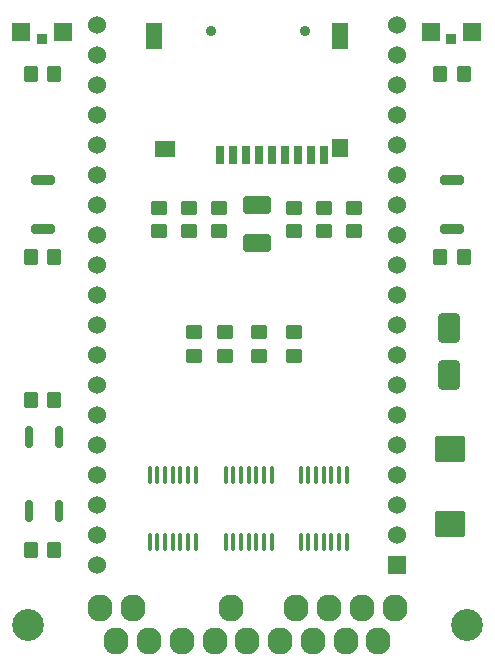
<source format=gbr>
%TF.GenerationSoftware,KiCad,Pcbnew,7.0.9*%
%TF.CreationDate,2024-01-04T00:09:48-06:00*%
%TF.ProjectId,FujiApple-DevKit-SmartPort,46756a69-4170-4706-9c65-2d4465764b69,1.0*%
%TF.SameCoordinates,Original*%
%TF.FileFunction,Soldermask,Top*%
%TF.FilePolarity,Negative*%
%FSLAX46Y46*%
G04 Gerber Fmt 4.6, Leading zero omitted, Abs format (unit mm)*
G04 Created by KiCad (PCBNEW 7.0.9) date 2024-01-04 00:09:48*
%MOMM*%
%LPD*%
G01*
G04 APERTURE LIST*
G04 Aperture macros list*
%AMRoundRect*
0 Rectangle with rounded corners*
0 $1 Rounding radius*
0 $2 $3 $4 $5 $6 $7 $8 $9 X,Y pos of 4 corners*
0 Add a 4 corners polygon primitive as box body*
4,1,4,$2,$3,$4,$5,$6,$7,$8,$9,$2,$3,0*
0 Add four circle primitives for the rounded corners*
1,1,$1+$1,$2,$3*
1,1,$1+$1,$4,$5*
1,1,$1+$1,$6,$7*
1,1,$1+$1,$8,$9*
0 Add four rect primitives between the rounded corners*
20,1,$1+$1,$2,$3,$4,$5,0*
20,1,$1+$1,$4,$5,$6,$7,0*
20,1,$1+$1,$6,$7,$8,$9,0*
20,1,$1+$1,$8,$9,$2,$3,0*%
G04 Aperture macros list end*
%ADD10RoundRect,0.250000X-0.650000X1.000000X-0.650000X-1.000000X0.650000X-1.000000X0.650000X1.000000X0*%
%ADD11RoundRect,0.250000X-0.350000X-0.450000X0.350000X-0.450000X0.350000X0.450000X-0.350000X0.450000X0*%
%ADD12RoundRect,0.250001X-0.924999X0.499999X-0.924999X-0.499999X0.924999X-0.499999X0.924999X0.499999X0*%
%ADD13RoundRect,0.250000X-0.450000X0.350000X-0.450000X-0.350000X0.450000X-0.350000X0.450000X0.350000X0*%
%ADD14RoundRect,0.250000X0.350000X0.450000X-0.350000X0.450000X-0.350000X-0.450000X0.350000X-0.450000X0*%
%ADD15RoundRect,0.100000X-0.100000X0.637500X-0.100000X-0.637500X0.100000X-0.637500X0.100000X0.637500X0*%
%ADD16RoundRect,0.250000X0.450000X-0.350000X0.450000X0.350000X-0.450000X0.350000X-0.450000X-0.350000X0*%
%ADD17R,1.530000X1.530000*%
%ADD18C,1.530000*%
%ADD19RoundRect,0.250000X-1.025000X0.875000X-1.025000X-0.875000X1.025000X-0.875000X1.025000X0.875000X0*%
%ADD20RoundRect,0.200000X0.800000X-0.200000X0.800000X0.200000X-0.800000X0.200000X-0.800000X-0.200000X0*%
%ADD21RoundRect,0.150000X0.150000X-0.750000X0.150000X0.750000X-0.150000X0.750000X-0.150000X-0.750000X0*%
%ADD22R,0.900000X0.900000*%
%ADD23R,1.500000X1.500000*%
%ADD24C,0.900000*%
%ADD25R,0.700000X1.600000*%
%ADD26R,1.400000X1.600000*%
%ADD27R,1.400000X2.200000*%
%ADD28R,1.800000X1.400000*%
%ADD29C,2.700000*%
%ADD30O,2.100000X2.300000*%
G04 APERTURE END LIST*
D10*
%TO.C,D3*%
X171831000Y-103156000D03*
X171831000Y-107156000D03*
%TD*%
D11*
%TO.C,R12*%
X136430000Y-109220000D03*
X138430000Y-109220000D03*
%TD*%
D12*
%TO.C,C1*%
X155575000Y-92710000D03*
X155575000Y-95960000D03*
%TD*%
D13*
%TO.C,R4*%
X152400000Y-92980000D03*
X152400000Y-94980000D03*
%TD*%
D14*
%TO.C,R2*%
X138430000Y-81661000D03*
X136430000Y-81661000D03*
%TD*%
D15*
%TO.C,U3*%
X150405001Y-115572501D03*
X149755001Y-115572501D03*
X149105001Y-115572501D03*
X148455001Y-115572501D03*
X147805001Y-115572501D03*
X147155001Y-115572501D03*
X146505001Y-115572501D03*
X146505001Y-121297501D03*
X147155001Y-121297501D03*
X147805001Y-121297501D03*
X148455001Y-121297501D03*
X149105001Y-121297501D03*
X149755001Y-121297501D03*
X150405001Y-121297501D03*
%TD*%
D14*
%TO.C,R11*%
X138430000Y-121920000D03*
X136430000Y-121920000D03*
%TD*%
D15*
%TO.C,U2*%
X156845001Y-115572501D03*
X156195001Y-115572501D03*
X155545001Y-115572501D03*
X154895001Y-115572501D03*
X154245001Y-115572501D03*
X153595001Y-115572501D03*
X152945001Y-115572501D03*
X152945001Y-121297501D03*
X153595001Y-121297501D03*
X154245001Y-121297501D03*
X154895001Y-121297501D03*
X155545001Y-121297501D03*
X156195001Y-121297501D03*
X156845001Y-121297501D03*
%TD*%
D13*
%TO.C,R7*%
X147320000Y-92980000D03*
X147320000Y-94980000D03*
%TD*%
D14*
%TO.C,R9*%
X173085000Y-97155000D03*
X171085000Y-97155000D03*
%TD*%
D13*
%TO.C,R5*%
X158750000Y-92980000D03*
X158750000Y-94980000D03*
%TD*%
D11*
%TO.C,R10*%
X136430000Y-97155000D03*
X138430000Y-97155000D03*
%TD*%
D16*
%TO.C,R15*%
X155800000Y-105505000D03*
X155800000Y-103505000D03*
%TD*%
D13*
%TO.C,R8*%
X149860000Y-92980000D03*
X149860000Y-94980000D03*
%TD*%
D17*
%TO.C,U4*%
X167462200Y-123180000D03*
D18*
X167462200Y-120640000D03*
X167462200Y-118100000D03*
X167462200Y-115560000D03*
X167462200Y-113020000D03*
X167462200Y-110480000D03*
X167462200Y-107940000D03*
X167462200Y-105400000D03*
X167462200Y-102860000D03*
X167462200Y-100320000D03*
X167462200Y-97780000D03*
X167462200Y-95240000D03*
X167462200Y-92700000D03*
X167462200Y-90160000D03*
X167462200Y-87620000D03*
X167462200Y-85080000D03*
X167462200Y-82540000D03*
X167462200Y-80000000D03*
X167462200Y-77460000D03*
X142062200Y-77460000D03*
X142062200Y-80000000D03*
X142062200Y-82540000D03*
X142062200Y-85080000D03*
X142062200Y-87620000D03*
X142062200Y-90160000D03*
X142062200Y-92700000D03*
X142062200Y-95240000D03*
X142062200Y-97780000D03*
X142062200Y-100320000D03*
X142062200Y-102860000D03*
X142062200Y-105400000D03*
X142062200Y-107940000D03*
X142062200Y-110480000D03*
X142062200Y-113020000D03*
X142062200Y-115560000D03*
X142062200Y-118100000D03*
X142062200Y-120640000D03*
X142062200Y-123180000D03*
%TD*%
D15*
%TO.C,U1*%
X163195001Y-115572501D03*
X162545001Y-115572501D03*
X161895001Y-115572501D03*
X161245001Y-115572501D03*
X160595001Y-115572501D03*
X159945001Y-115572501D03*
X159295001Y-115572501D03*
X159295001Y-121297501D03*
X159945001Y-121297501D03*
X160595001Y-121297501D03*
X161245001Y-121297501D03*
X161895001Y-121297501D03*
X162545001Y-121297501D03*
X163195001Y-121297501D03*
%TD*%
D16*
%TO.C,R16*%
X158750000Y-105505000D03*
X158750000Y-103505000D03*
%TD*%
D19*
%TO.C,C2*%
X171958000Y-113386000D03*
X171958000Y-119786000D03*
%TD*%
D16*
%TO.C,R13*%
X152908000Y-105521000D03*
X152908000Y-103521000D03*
%TD*%
D20*
%TO.C,SW2*%
X137445400Y-94810000D03*
X137445400Y-90610000D03*
%TD*%
D13*
%TO.C,R6*%
X161290000Y-92980000D03*
X161290000Y-94980000D03*
%TD*%
D14*
%TO.C,R1*%
X173085000Y-81661000D03*
X171085000Y-81661000D03*
%TD*%
D13*
%TO.C,R3*%
X163830000Y-92980000D03*
X163830000Y-94980000D03*
%TD*%
D20*
%TO.C,SW1*%
X172085000Y-94790600D03*
X172085000Y-90590600D03*
%TD*%
D21*
%TO.C,U5*%
X136271000Y-118668000D03*
X138811000Y-118668000D03*
X138811000Y-112368000D03*
X136271000Y-112368000D03*
%TD*%
D22*
%TO.C,D1*%
X172050000Y-78650000D03*
D23*
X173800000Y-78100000D03*
X170300000Y-78100000D03*
%TD*%
D24*
%TO.C,P1*%
X159686800Y-78000000D03*
X151686800Y-78000000D03*
D25*
X152486800Y-88500000D03*
X153586800Y-88500000D03*
X154686800Y-88500000D03*
X155786800Y-88500000D03*
X156886800Y-88500000D03*
X157986800Y-88500000D03*
X159086800Y-88500000D03*
X160186800Y-88500000D03*
X161286800Y-88500000D03*
D26*
X162586800Y-87900000D03*
D27*
X162586800Y-78400000D03*
X146886800Y-78400000D03*
D28*
X147786800Y-88000000D03*
%TD*%
D16*
%TO.C,R14*%
X150241000Y-105505000D03*
X150241000Y-103505000D03*
%TD*%
D22*
%TO.C,D2*%
X137379000Y-78650000D03*
D23*
X139129000Y-78100000D03*
X135629000Y-78100000D03*
%TD*%
D29*
%TO.C,J1*%
X173368000Y-128270000D03*
X136178000Y-128270000D03*
D30*
X167238000Y-126850000D03*
X164468000Y-126850000D03*
X161698000Y-126850000D03*
X158928000Y-126850000D03*
X153388000Y-126850000D03*
X145078000Y-126850000D03*
X142308000Y-126850000D03*
X165853000Y-129690000D03*
X163083000Y-129690000D03*
X160313000Y-129690000D03*
X157543000Y-129690000D03*
X154773000Y-129690000D03*
X152003000Y-129690000D03*
X149233000Y-129690000D03*
X146463000Y-129690000D03*
X143693000Y-129690000D03*
%TD*%
M02*

</source>
